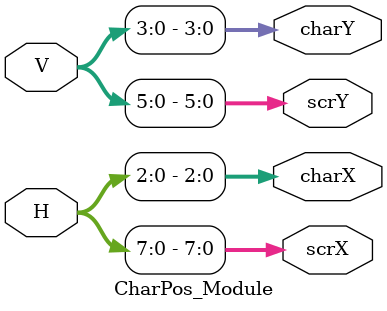
<source format=sv>
module CharPos_Module ( //160 caracteres en horizontal y 64 caracteres en vertical
    input logic [10:0] H,
    input logic [10:0] V,
    output logic [7:0] scrX,
    output logic [5:0] scrY,
    output logic [2:0] charX,
    output logic [3:0] charY,
);
    
    always @(*) begin
        charX <= H[2:0];
        charY <= V[3:0];
        scrX <= H[7:0];
        scrY <= V[5:0];
    end
endmodule
</source>
